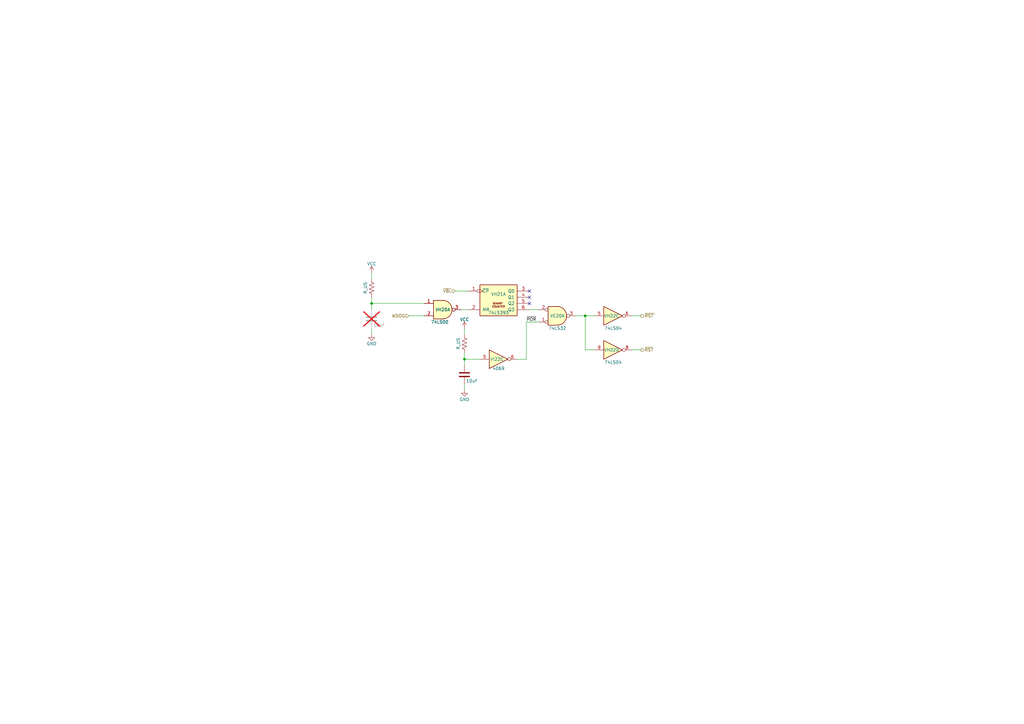
<source format=kicad_sch>
(kicad_sch (version 20231120) (generator "eeschema") (generator_version "8.0")
  (paper "A3")
  (title_block (title "Watchdog Circuit") (date "2024-10-12") (company "JOTEGO") (comment 1 "Jose Tejada"))
  (lib_symbols
    (symbol "4xxx:4069" (pin_names (offset 1.016))
      (property "Reference" "U" (at 0 1.27 0))
      (property "Value" "4069" (at 0 -1.27 0))
      (symbol "4069_1_0"
        (polyline (pts (xy -3.81 3.81) (xy -3.81 -3.81) (xy 3.81 0) (xy -3.81 3.81)) (stroke (width 0.254)) (fill (type background)))
        (pin input line (at -7.62 0 0) (length 3.81) (name "~") (number "1"))
        (pin output inverted (at 7.62 0 180) (length 3.81) (name "~") (number "2"))
      )
      (symbol "4069_2_0"
        (polyline (pts (xy -3.81 3.81) (xy -3.81 -3.81) (xy 3.81 0) (xy -3.81 3.81)) (stroke (width 0.254)) (fill (type background)))
        (pin input line (at -7.62 0 0) (length 3.81) (name "~") (number "3"))
        (pin output inverted (at 7.62 0 180) (length 3.81) (name "~") (number "4"))
      )
      (symbol "4069_3_0"
        (polyline (pts (xy -3.81 3.81) (xy -3.81 -3.81) (xy 3.81 0) (xy -3.81 3.81)) (stroke (width 0.254)) (fill (type background)))
        (pin input line (at -7.62 0 0) (length 3.81) (name "~") (number "5"))
        (pin output inverted (at 7.62 0 180) (length 3.81) (name "~") (number "6"))
      )
      (symbol "4069_4_0"
        (polyline (pts (xy -3.81 3.81) (xy -3.81 -3.81) (xy 3.81 0) (xy -3.81 3.81)) (stroke (width 0.254)) (fill (type background)))
        (pin output inverted (at 7.62 0 180) (length 3.81) (name "~") (number "8"))
        (pin input line (at -7.62 0 0) (length 3.81) (name "~") (number "9"))
      )
      (symbol "4069_5_0"
        (polyline (pts (xy -3.81 3.81) (xy -3.81 -3.81) (xy 3.81 0) (xy -3.81 3.81)) (stroke (width 0.254)) (fill (type background)))
        (pin output inverted (at 7.62 0 180) (length 3.81) (name "~") (number "10"))
        (pin input line (at -7.62 0 0) (length 3.81) (name "~") (number "11"))
      )
      (symbol "4069_6_0"
        (polyline (pts (xy -3.81 3.81) (xy -3.81 -3.81) (xy 3.81 0) (xy -3.81 3.81)) (stroke (width 0.254)) (fill (type background)))
        (pin output inverted (at 7.62 0 180) (length 3.81) (name "~") (number "12"))
        (pin input line (at -7.62 0 0) (length 3.81) (name "~") (number "13"))
      )
      (symbol "4069_7_0"
        (pin power_in line (at 0 12.7 270) (length 5.08) (name "VDD") (number "14"))
        (pin power_in line (at 0 -12.7 90) (length 5.08) (name "VSS") (number "7"))
      )
      (symbol "4069_7_1"
        (rectangle (start -5.08 7.62) (end 5.08 -7.62) (stroke (width 0.254)) (fill (type background)))
      )
    )
    (symbol "74xx:74LS04"
      (property "Reference" "U" (at 0 1.27 0))
      (property "Value" "74LS04" (at 0 -1.27 0))
      (symbol "74LS04_1_0"
        (polyline (pts (xy -3.81 3.81) (xy -3.81 -3.81) (xy 3.81 0) (xy -3.81 3.81)) (stroke (width 0.254)) (fill (type background)))
        (pin input line (at -7.62 0 0) (length 3.81) (name "~") (number "1"))
        (pin output inverted (at 7.62 0 180) (length 3.81) (name "~") (number "2"))
      )
      (symbol "74LS04_2_0"
        (polyline (pts (xy -3.81 3.81) (xy -3.81 -3.81) (xy 3.81 0) (xy -3.81 3.81)) (stroke (width 0.254)) (fill (type background)))
        (pin input line (at -7.62 0 0) (length 3.81) (name "~") (number "3"))
        (pin output inverted (at 7.62 0 180) (length 3.81) (name "~") (number "4"))
      )
      (symbol "74LS04_3_0"
        (polyline (pts (xy -3.81 3.81) (xy -3.81 -3.81) (xy 3.81 0) (xy -3.81 3.81)) (stroke (width 0.254)) (fill (type background)))
        (pin input line (at -7.62 0 0) (length 3.81) (name "~") (number "5"))
        (pin output inverted (at 7.62 0 180) (length 3.81) (name "~") (number "6"))
      )
      (symbol "74LS04_4_0"
        (polyline (pts (xy -3.81 3.81) (xy -3.81 -3.81) (xy 3.81 0) (xy -3.81 3.81)) (stroke (width 0.254)) (fill (type background)))
        (pin output inverted (at 7.62 0 180) (length 3.81) (name "~") (number "8"))
        (pin input line (at -7.62 0 0) (length 3.81) (name "~") (number "9"))
      )
      (symbol "74LS04_5_0"
        (polyline (pts (xy -3.81 3.81) (xy -3.81 -3.81) (xy 3.81 0) (xy -3.81 3.81)) (stroke (width 0.254)) (fill (type background)))
        (pin output inverted (at 7.62 0 180) (length 3.81) (name "~") (number "10"))
        (pin input line (at -7.62 0 0) (length 3.81) (name "~") (number "11"))
      )
      (symbol "74LS04_6_0"
        (polyline (pts (xy -3.81 3.81) (xy -3.81 -3.81) (xy 3.81 0) (xy -3.81 3.81)) (stroke (width 0.254)) (fill (type background)))
        (pin output inverted (at 7.62 0 180) (length 3.81) (name "~") (number "12"))
        (pin input line (at -7.62 0 0) (length 3.81) (name "~") (number "13"))
      )
      (symbol "74LS04_7_0"
        (pin power_in line (at 0 12.7 270) (length 5.08) (name "VCC") (number "14"))
        (pin power_in line (at 0 -12.7 90) (length 5.08) (name "GND") (number "7"))
      )
      (symbol "74LS04_7_1"
        (rectangle (start -5.08 7.62) (end 5.08 -7.62) (stroke (width 0.254)) (fill (type background)))
      )
    )
    (symbol "Device:C" (pin_numbers hide) (pin_names (offset 0.254))
      (property "Reference" "C" (at 0.635 2.54 0))
      (property "Value" "C" (at 0.635 -2.54 0))
      (symbol "C_0_1"
        (polyline (pts (xy -2.032 -0.762) (xy 2.032 -0.762)) (stroke (width 0.508)))
        (polyline (pts (xy -2.032 0.762) (xy 2.032 0.762)) (stroke (width 0.508)))
      )
      (symbol "C_1_1"
        (pin passive line (at 0 3.81 270) (length 2.794) (name "~") (number "1"))
        (pin passive line (at 0 -3.81 90) (length 2.794) (name "~") (number "2"))
      )
    )
    (symbol "Device:R_US" (pin_numbers hide) (pin_names (offset 0))
      (property "Reference" "R" (at 2.54 0 90))
      (property "Value" "R_US" (at -2.54 0 90))
      (symbol "R_US_0_1"
        (polyline (pts (xy 0 -2.286) (xy 0 -2.54)))
        (polyline (pts (xy 0 2.286) (xy 0 2.54)))
        (polyline (pts (xy 0 -0.762) (xy 1.016 -1.143) (xy 0 -1.524) (xy -1.016 -1.905) (xy 0 -2.286)))
        (polyline (pts (xy 0 0.762) (xy 1.016 0.381) (xy 0 0) (xy -1.016 -0.381) (xy 0 -0.762)))
        (polyline (pts (xy 0 2.286) (xy 1.016 1.905) (xy 0 1.524) (xy -1.016 1.143) (xy 0 0.762)))
      )
      (symbol "R_US_1_1"
        (pin passive line (at 0 3.81 270) (length 1.27) (name "~") (number "1"))
        (pin passive line (at 0 -3.81 90) (length 1.27) (name "~") (number "2"))
      )
    )
    (symbol "jt74:74LS00" (pin_names (offset 1.016))
      (property "Reference" "U" (at 0 1.27 0))
      (property "Value" "74LS00" (at 0 -1.27 0))
      (symbol "74LS00_1_1"
        (arc (start 0 -3.81) (mid 3.7934 0) (end 0 3.81) (stroke (width 0.254)) (fill (type background)))
        (polyline (pts (xy 0 3.81) (xy -3.81 3.81) (xy -3.81 -3.81) (xy 0 -3.81)) (stroke (width 0.254)) (fill (type background)))
        (pin input line (at -7.62 2.54 0) (length 3.81) (name "~") (number "1"))
        (pin input line (at -7.62 -2.54 0) (length 3.81) (name "~") (number "2"))
        (pin output inverted (at 7.62 0 180) (length 3.81) (name "~") (number "3"))
      )
      (symbol "74LS00_1_2"
        (arc (start -3.81 -3.81) (mid -2.589 0) (end -3.81 3.81) (stroke (width 0.254)))
        (arc (start -0.6096 -3.81) (mid 2.1842 -2.5851) (end 3.81 0) (stroke (width 0.254)) (fill (type background)))
        (polyline (pts (xy -3.81 -3.81) (xy -0.635 -3.81)) (stroke (width 0.254)) (fill (type background)))
        (polyline (pts (xy -3.81 3.81) (xy -0.635 3.81)) (stroke (width 0.254)) (fill (type background)))
        (polyline (pts (xy -0.635 3.81) (xy -3.81 3.81) (xy -3.81 3.81) (xy -3.556 3.4036) (xy -3.0226 2.2606) (xy -2.6924 1.0414) (xy -2.6162 -0.254) (xy -2.7686 -1.4986) (xy -3.175 -2.7178) (xy -3.81 -3.81) (xy -3.81 -3.81) (xy -0.635 -3.81)) (stroke (width -25.4)) (fill (type background)))
        (arc (start 3.81 0) (mid 2.1915 2.5936) (end -0.6096 3.81) (stroke (width 0.254)) (fill (type background)))
        (pin input inverted (at -7.62 2.54 0) (length 4.318) (name "~") (number "1"))
        (pin input inverted (at -7.62 -2.54 0) (length 4.318) (name "~") (number "2"))
        (pin output line (at 7.62 0 180) (length 3.81) (name "~") (number "3"))
      )
      (symbol "74LS00_2_1"
        (arc (start 0 -3.81) (mid 3.7934 0) (end 0 3.81) (stroke (width 0.254)) (fill (type background)))
        (polyline (pts (xy 0 3.81) (xy -3.81 3.81) (xy -3.81 -3.81) (xy 0 -3.81)) (stroke (width 0.254)) (fill (type background)))
        (pin input line (at -7.62 2.54 0) (length 3.81) (name "~") (number "4"))
        (pin input line (at -7.62 -2.54 0) (length 3.81) (name "~") (number "5"))
        (pin output inverted (at 7.62 0 180) (length 3.81) (name "~") (number "6"))
      )
      (symbol "74LS00_2_2"
        (arc (start -3.81 -3.81) (mid -2.589 0) (end -3.81 3.81) (stroke (width 0.254)))
        (arc (start -0.6096 -3.81) (mid 2.1842 -2.5851) (end 3.81 0) (stroke (width 0.254)) (fill (type background)))
        (polyline (pts (xy -3.81 -3.81) (xy -0.635 -3.81)) (stroke (width 0.254)) (fill (type background)))
        (polyline (pts (xy -3.81 3.81) (xy -0.635 3.81)) (stroke (width 0.254)) (fill (type background)))
        (polyline (pts (xy -0.635 3.81) (xy -3.81 3.81) (xy -3.81 3.81) (xy -3.556 3.4036) (xy -3.0226 2.2606) (xy -2.6924 1.0414) (xy -2.6162 -0.254) (xy -2.7686 -1.4986) (xy -3.175 -2.7178) (xy -3.81 -3.81) (xy -3.81 -3.81) (xy -0.635 -3.81)) (stroke (width -25.4)) (fill (type background)))
        (arc (start 3.81 0) (mid 2.1915 2.5936) (end -0.6096 3.81) (stroke (width 0.254)) (fill (type background)))
        (pin input inverted (at -7.62 2.54 0) (length 4.318) (name "~") (number "4"))
        (pin input inverted (at -7.62 -2.54 0) (length 4.318) (name "~") (number "5"))
        (pin output line (at 7.62 0 180) (length 3.81) (name "~") (number "6"))
      )
      (symbol "74LS00_3_1"
        (arc (start 0 -3.81) (mid 3.7934 0) (end 0 3.81) (stroke (width 0.254)) (fill (type background)))
        (polyline (pts (xy 0 3.81) (xy -3.81 3.81) (xy -3.81 -3.81) (xy 0 -3.81)) (stroke (width 0.254)) (fill (type background)))
        (pin input line (at -7.62 -2.54 0) (length 3.81) (name "~") (number "10"))
        (pin output inverted (at 7.62 0 180) (length 3.81) (name "~") (number "8"))
        (pin input line (at -7.62 2.54 0) (length 3.81) (name "~") (number "9"))
      )
      (symbol "74LS00_3_2"
        (arc (start -3.81 -3.81) (mid -2.589 0) (end -3.81 3.81) (stroke (width 0.254)))
        (arc (start -0.6096 -3.81) (mid 2.1842 -2.5851) (end 3.81 0) (stroke (width 0.254)) (fill (type background)))
        (polyline (pts (xy -3.81 -3.81) (xy -0.635 -3.81)) (stroke (width 0.254)) (fill (type background)))
        (polyline (pts (xy -3.81 3.81) (xy -0.635 3.81)) (stroke (width 0.254)) (fill (type background)))
        (polyline (pts (xy -0.635 3.81) (xy -3.81 3.81) (xy -3.81 3.81) (xy -3.556 3.4036) (xy -3.0226 2.2606) (xy -2.6924 1.0414) (xy -2.6162 -0.254) (xy -2.7686 -1.4986) (xy -3.175 -2.7178) (xy -3.81 -3.81) (xy -3.81 -3.81) (xy -0.635 -3.81)) (stroke (width -25.4)) (fill (type background)))
        (arc (start 3.81 0) (mid 2.1915 2.5936) (end -0.6096 3.81) (stroke (width 0.254)) (fill (type background)))
        (pin input inverted (at -7.62 -2.54 0) (length 4.318) (name "~") (number "10"))
        (pin output line (at 7.62 0 180) (length 3.81) (name "~") (number "8"))
        (pin input inverted (at -7.62 2.54 0) (length 4.318) (name "~") (number "9"))
      )
      (symbol "74LS00_4_1"
        (arc (start 0 -3.81) (mid 3.7934 0) (end 0 3.81) (stroke (width 0.254)) (fill (type background)))
        (polyline (pts (xy 0 3.81) (xy -3.81 3.81) (xy -3.81 -3.81) (xy 0 -3.81)) (stroke (width 0.254)) (fill (type background)))
        (pin output inverted (at 7.62 0 180) (length 3.81) (name "~") (number "11"))
        (pin input line (at -7.62 2.54 0) (length 3.81) (name "~") (number "12"))
        (pin input line (at -7.62 -2.54 0) (length 3.81) (name "~") (number "13"))
      )
      (symbol "74LS00_4_2"
        (arc (start -3.81 -3.81) (mid -2.589 0) (end -3.81 3.81) (stroke (width 0.254)))
        (arc (start -0.6096 -3.81) (mid 2.1842 -2.5851) (end 3.81 0) (stroke (width 0.254)) (fill (type background)))
        (polyline (pts (xy -3.81 -3.81) (xy -0.635 -3.81)) (stroke (width 0.254)) (fill (type background)))
        (polyline (pts (xy -3.81 3.81) (xy -0.635 3.81)) (stroke (width 0.254)) (fill (type background)))
        (polyline (pts (xy -0.635 3.81) (xy -3.81 3.81) (xy -3.81 3.81) (xy -3.556 3.4036) (xy -3.0226 2.2606) (xy -2.6924 1.0414) (xy -2.6162 -0.254) (xy -2.7686 -1.4986) (xy -3.175 -2.7178) (xy -3.81 -3.81) (xy -3.81 -3.81) (xy -0.635 -3.81)) (stroke (width -25.4)) (fill (type background)))
        (arc (start 3.81 0) (mid 2.1915 2.5936) (end -0.6096 3.81) (stroke (width 0.254)) (fill (type background)))
        (pin output line (at 7.62 0 180) (length 3.81) (name "~") (number "11"))
        (pin input inverted (at -7.62 2.54 0) (length 4.318) (name "~") (number "12"))
        (pin input inverted (at -7.62 -2.54 0) (length 4.318) (name "~") (number "13"))
      )
      (symbol "74LS00_5_0"
        (pin power_in line (at 0 7.62 270) (length 5.08) hide (name "VCC") (number "14"))
        (pin power_in line (at 0 -7.62 90) (length 5.08) hide (name "VSS") (number "7"))
      )
      (symbol "74LS00_5_1"
        (rectangle (start -5.08 7.62) (end 5.08 -7.62) (stroke (width 0.254)) (fill (type background)))
      )
    )
    (symbol "jt74:74LS32" (pin_names (offset 1.016))
      (property "Reference" "U" (at 0 1.27 0))
      (property "Value" "74LS32" (at 0 -1.27 0))
      (symbol "74LS32_1_1"
        (arc (start -3.81 -3.81) (mid -2.589 0) (end -3.81 3.81) (stroke (width 0.254)))
        (arc (start -0.6096 -3.81) (mid 2.1842 -2.5851) (end 3.81 0) (stroke (width 0.254)) (fill (type background)))
        (polyline (pts (xy -3.81 -3.81) (xy -0.635 -3.81)) (stroke (width 0.254)) (fill (type background)))
        (polyline (pts (xy -3.81 3.81) (xy -0.635 3.81)) (stroke (width 0.254)) (fill (type background)))
        (polyline (pts (xy -0.635 3.81) (xy -3.81 3.81) (xy -3.81 3.81) (xy -3.556 3.4036) (xy -3.0226 2.2606) (xy -2.6924 1.0414) (xy -2.6162 -0.254) (xy -2.7686 -1.4986) (xy -3.175 -2.7178) (xy -3.81 -3.81) (xy -3.81 -3.81) (xy -0.635 -3.81)) (stroke (width -25.4)) (fill (type background)))
        (arc (start 3.81 0) (mid 2.1915 2.5936) (end -0.6096 3.81) (stroke (width 0.254)) (fill (type background)))
        (pin input line (at -7.62 2.54 0) (length 4.318) (name "~") (number "1"))
        (pin input line (at -7.62 -2.54 0) (length 4.318) (name "~") (number "2"))
        (pin output line (at 7.62 0 180) (length 3.81) (name "~") (number "3"))
      )
      (symbol "74LS32_1_2"
        (arc (start 0 -3.81) (mid 3.7934 0) (end 0 3.81) (stroke (width 0.254)) (fill (type background)))
        (polyline (pts (xy 0 3.81) (xy -3.81 3.81) (xy -3.81 -3.81) (xy 0 -3.81)) (stroke (width 0.254)) (fill (type background)))
        (pin input inverted (at -7.62 2.54 0) (length 3.81) (name "~") (number "1"))
        (pin input inverted (at -7.62 -2.54 0) (length 3.81) (name "~") (number "2"))
        (pin output inverted (at 7.62 0 180) (length 3.81) (name "~") (number "3"))
      )
      (symbol "74LS32_2_1"
        (arc (start -3.81 -3.81) (mid -2.589 0) (end -3.81 3.81) (stroke (width 0.254)))
        (arc (start -0.6096 -3.81) (mid 2.1842 -2.5851) (end 3.81 0) (stroke (width 0.254)) (fill (type background)))
        (polyline (pts (xy -3.81 -3.81) (xy -0.635 -3.81)) (stroke (width 0.254)) (fill (type background)))
        (polyline (pts (xy -3.81 3.81) (xy -0.635 3.81)) (stroke (width 0.254)) (fill (type background)))
        (polyline (pts (xy -0.635 3.81) (xy -3.81 3.81) (xy -3.81 3.81) (xy -3.556 3.4036) (xy -3.0226 2.2606) (xy -2.6924 1.0414) (xy -2.6162 -0.254) (xy -2.7686 -1.4986) (xy -3.175 -2.7178) (xy -3.81 -3.81) (xy -3.81 -3.81) (xy -0.635 -3.81)) (stroke (width -25.4)) (fill (type background)))
        (arc (start 3.81 0) (mid 2.1915 2.5936) (end -0.6096 3.81) (stroke (width 0.254)) (fill (type background)))
        (pin input line (at -7.62 2.54 0) (length 4.318) (name "~") (number "4"))
        (pin input line (at -7.62 -2.54 0) (length 4.318) (name "~") (number "5"))
        (pin output line (at 7.62 0 180) (length 3.81) (name "~") (number "6"))
      )
      (symbol "74LS32_2_2"
        (arc (start 0 -3.81) (mid 3.7934 0) (end 0 3.81) (stroke (width 0.254)) (fill (type background)))
        (polyline (pts (xy 0 3.81) (xy -3.81 3.81) (xy -3.81 -3.81) (xy 0 -3.81)) (stroke (width 0.254)) (fill (type background)))
        (pin input inverted (at -7.62 2.54 0) (length 3.81) (name "~") (number "4"))
        (pin input inverted (at -7.62 -2.54 0) (length 3.81) (name "~") (number "5"))
        (pin output inverted (at 7.62 0 180) (length 3.81) (name "~") (number "6"))
      )
      (symbol "74LS32_3_1"
        (arc (start -3.81 -3.81) (mid -2.589 0) (end -3.81 3.81) (stroke (width 0.254)))
        (arc (start -0.6096 -3.81) (mid 2.1842 -2.5851) (end 3.81 0) (stroke (width 0.254)) (fill (type background)))
        (polyline (pts (xy -3.81 -3.81) (xy -0.635 -3.81)) (stroke (width 0.254)) (fill (type background)))
        (polyline (pts (xy -3.81 3.81) (xy -0.635 3.81)) (stroke (width 0.254)) (fill (type background)))
        (polyline (pts (xy -0.635 3.81) (xy -3.81 3.81) (xy -3.81 3.81) (xy -3.556 3.4036) (xy -3.0226 2.2606) (xy -2.6924 1.0414) (xy -2.6162 -0.254) (xy -2.7686 -1.4986) (xy -3.175 -2.7178) (xy -3.81 -3.81) (xy -3.81 -3.81) (xy -0.635 -3.81)) (stroke (width -25.4)) (fill (type background)))
        (arc (start 3.81 0) (mid 2.1915 2.5936) (end -0.6096 3.81) (stroke (width 0.254)) (fill (type background)))
        (pin input line (at -7.62 -2.54 0) (length 4.318) (name "~") (number "10"))
        (pin output line (at 7.62 0 180) (length 3.81) (name "~") (number "8"))
        (pin input line (at -7.62 2.54 0) (length 4.318) (name "~") (number "9"))
      )
      (symbol "74LS32_3_2"
        (arc (start 0 -3.81) (mid 3.7934 0) (end 0 3.81) (stroke (width 0.254)) (fill (type background)))
        (polyline (pts (xy 0 3.81) (xy -3.81 3.81) (xy -3.81 -3.81) (xy 0 -3.81)) (stroke (width 0.254)) (fill (type background)))
        (pin input inverted (at -7.62 -2.54 0) (length 3.81) (name "~") (number "10"))
        (pin output inverted (at 7.62 0 180) (length 3.81) (name "~") (number "8"))
        (pin input inverted (at -7.62 2.54 0) (length 3.81) (name "~") (number "9"))
      )
      (symbol "74LS32_4_1"
        (arc (start -3.81 -3.81) (mid -2.589 0) (end -3.81 3.81) (stroke (width 0.254)))
        (arc (start -0.6096 -3.81) (mid 2.1842 -2.5851) (end 3.81 0) (stroke (width 0.254)) (fill (type background)))
        (polyline (pts (xy -3.81 -3.81) (xy -0.635 -3.81)) (stroke (width 0.254)) (fill (type background)))
        (polyline (pts (xy -3.81 3.81) (xy -0.635 3.81)) (stroke (width 0.254)) (fill (type background)))
        (polyline (pts (xy -0.635 3.81) (xy -3.81 3.81) (xy -3.81 3.81) (xy -3.556 3.4036) (xy -3.0226 2.2606) (xy -2.6924 1.0414) (xy -2.6162 -0.254) (xy -2.7686 -1.4986) (xy -3.175 -2.7178) (xy -3.81 -3.81) (xy -3.81 -3.81) (xy -0.635 -3.81)) (stroke (width -25.4)) (fill (type background)))
        (arc (start 3.81 0) (mid 2.1915 2.5936) (end -0.6096 3.81) (stroke (width 0.254)) (fill (type background)))
        (pin output line (at 7.62 0 180) (length 3.81) (name "~") (number "11"))
        (pin input line (at -7.62 2.54 0) (length 4.318) (name "~") (number "12"))
        (pin input line (at -7.62 -2.54 0) (length 4.318) (name "~") (number "13"))
      )
      (symbol "74LS32_4_2"
        (arc (start 0 -3.81) (mid 3.7934 0) (end 0 3.81) (stroke (width 0.254)) (fill (type background)))
        (polyline (pts (xy 0 3.81) (xy -3.81 3.81) (xy -3.81 -3.81) (xy 0 -3.81)) (stroke (width 0.254)) (fill (type background)))
        (pin output inverted (at 7.62 0 180) (length 3.81) (name "~") (number "11"))
        (pin input inverted (at -7.62 2.54 0) (length 3.81) (name "~") (number "12"))
        (pin input inverted (at -7.62 -2.54 0) (length 3.81) (name "~") (number "13"))
      )
      (symbol "74LS32_5_0"
        (pin power_in line (at 0 7.62 270) (length 5.08) hide (name "VCC") (number "14"))
        (pin power_in line (at 0 -7.62 90) (length 5.08) hide (name "VSS") (number "7"))
      )
      (symbol "74LS32_5_1"
        (rectangle (start -5.08 7.62) (end 5.08 -7.62) (stroke (width 0.254)) (fill (type background)))
      )
    )
    (symbol "jt74:74LS393" (pin_names (offset 1.016))
      (property "Reference" "U" (at 0 1.27 0))
      (property "Value" "74LS393" (at 0 -6.35 0))
      (symbol "74LS393_0_0"
        (text "BINARY " (at 0 -2.54 0) (effects (font (size 0.762 0.762))))
        (text "COUNTER" (at 0 -3.81 0) (effects (font (size 0.762 0.762))))
      )
      (symbol "74LS393_1_0"
        (pin input inverted_clock (at -12.7 2.54 0) (length 5.08) (name "~{CP}") (number "1"))
        (pin input line (at -12.7 -5.08 0) (length 5.08) (name "MR") (number "2"))
        (pin output line (at 12.7 2.54 180) (length 5.08) (name "Q0") (number "3"))
        (pin output line (at 12.7 0 180) (length 5.08) (name "Q1") (number "4"))
        (pin output line (at 12.7 -2.54 180) (length 5.08) (name "Q2") (number "5"))
        (pin output line (at 12.7 -5.08 180) (length 5.08) (name "Q3") (number "6"))
      )
      (symbol "74LS393_1_1"
        (rectangle (start -7.62 5.08) (end 7.62 -7.62) (stroke (width 0.254)) (fill (type background)))
      )
      (symbol "74LS393_2_0"
        (pin output line (at 12.7 0 180) (length 5.08) (name "Q1") (number "10"))
        (pin output line (at 12.7 2.54 180) (length 5.08) (name "Q0") (number "11"))
        (pin input line (at -12.7 -5.08 0) (length 5.08) (name "MR") (number "12"))
        (pin input inverted_clock (at -12.7 2.54 0) (length 5.08) (name "~{CP}") (number "13"))
        (pin output line (at 12.7 -5.08 180) (length 5.08) (name "Q3") (number "8"))
        (pin output line (at 12.7 -2.54 180) (length 5.08) (name "Q2") (number "9"))
      )
      (symbol "74LS393_2_1"
        (rectangle (start -7.62 5.08) (end 7.62 -7.62) (stroke (width 0.254)) (fill (type background)))
      )
      (symbol "74LS393_3_0"
        (pin power_in line (at 0 7.62 270) (length 5.08) hide (name "VCC") (number "14"))
        (pin power_in line (at 0 -7.62 90) (length 5.08) hide (name "VSS") (number "7"))
      )
      (symbol "74LS393_3_1"
        (rectangle (start -5.08 7.62) (end 5.08 -7.62) (stroke (width 0.254)) (fill (type background)))
      )
    )
    (symbol "power:GND" (power) (pin_numbers hide) (pin_names (offset 0) hide)
      (property "Value" "GND" (at 0 -3.81 0))
      (symbol "GND_0_1"
        (polyline (pts (xy 0 0) (xy 0 -1.27) (xy 1.27 -1.27) (xy 0 -2.54) (xy -1.27 -1.27) (xy 0 -1.27)))
      )
      (symbol "GND_1_1"
        (pin power_in line (at 0 0 270) (length 0) (name "~") (number "1"))
      )
    )
    (symbol "power:VCC" (power) (pin_numbers hide) (pin_names (offset 0) hide)
      (property "Value" "VCC" (at 0 3.556 0))
      (symbol "VCC_0_1"
        (polyline (pts (xy -0.762 1.27) (xy 0 2.54)))
        (polyline (pts (xy 0 0) (xy 0 2.54)))
        (polyline (pts (xy 0 2.54) (xy 0.762 1.27)))
      )
      (symbol "VCC_1_1"
        (pin power_in line (at 0 0 90) (length 0) (name "~") (number "1"))
      )
    )
  )
  (junction (at 190.5 147.32))
  (junction (at 240.03 129.54))
  (junction (at 152.4 124.46))
  (no_connect (at 217.17 119.38))
  (no_connect (at 217.17 124.46))
  (no_connect (at 217.17 121.92))
  (wire (pts (xy 240.03 129.54) (xy 240.03 143.51)))
  (wire (pts (xy 152.4 127) (xy 152.4 124.46)))
  (wire (pts (xy 190.5 157.48) (xy 190.5 160.02)))
  (wire (pts (xy 215.9 147.32) (xy 215.9 132.08)))
  (wire (pts (xy 190.5 144.78) (xy 190.5 147.32)))
  (wire (pts (xy 190.5 147.32) (xy 196.85 147.32)))
  (wire (pts (xy 212.09 147.32) (xy 215.9 147.32)))
  (wire (pts (xy 190.5 134.62) (xy 190.5 137.16)))
  (wire (pts (xy 259.08 143.51) (xy 262.89 143.51)))
  (wire (pts (xy 152.4 111.76) (xy 152.4 114.3)))
  (wire (pts (xy 259.08 129.54) (xy 262.89 129.54)))
  (wire (pts (xy 240.03 143.51) (xy 243.84 143.51)))
  (wire (pts (xy 152.4 134.62) (xy 152.4 137.16)))
  (wire (pts (xy 152.4 121.92) (xy 152.4 124.46)))
  (wire (pts (xy 236.22 129.54) (xy 240.03 129.54)))
  (wire (pts (xy 240.03 129.54) (xy 243.84 129.54)))
  (wire (pts (xy 217.17 127) (xy 220.98 127)))
  (wire (pts (xy 186.69 119.38) (xy 191.77 119.38)))
  (wire (pts (xy 215.9 132.08) (xy 220.98 132.08)))
  (wire (pts (xy 190.5 149.86) (xy 190.5 147.32)))
  (wire (pts (xy 189.23 127) (xy 191.77 127)))
  (wire (pts (xy 152.4 124.46) (xy 173.99 124.46)))
  (wire (pts (xy 167.64 129.54) (xy 173.99 129.54)))
  (label "~{POR}" (at 215.9 132.08 0))
  (hierarchical_label "~{RST}" (shape output) (at 262.89 143.51 0))
  (hierarchical_label "~{RST'}" (shape output) (at 262.89 129.54 0))
  (hierarchical_label "WDOG" (shape input) (at 167.64 129.54 180))
  (hierarchical_label "~{VBL}" (shape input) (at 186.69 119.38 180))
  (symbol (lib_id "Device:R_US") (at 152.4 118.11 0) (unit 1)
    (property "Reference" "R13" (effects (hide yes)))
    (property "Value" "R_US" (at 149.86 118.11 90))
    (property "Description" "Resistor, US symbol" (effects (hide yes)))
  )
  (symbol (lib_id "jt74:74LS393") (at 204.47 121.92 0) (unit 1)
    (property "Reference" "VH21" (at 204.47 120.65 0))
    (property "Value" "74LS393" (at 204.47 128.27 0))
    (property "Datasheet" "https://html.alldatasheet.com/html-pdf/5724/MOTOROLA/74LS393/258/1/74LS393.html" (effects (hide yes)))
    (property "Description" "Dual BCD 4-bit counter" (effects (hide yes)))
  )
  (symbol (lib_id "Device:R_US") (at 190.5 140.97 0) (unit 1)
    (property "Reference" "R12" (effects (hide yes)))
    (property "Value" "R_US" (at 187.96 140.97 90))
    (property "Description" "Resistor, US symbol" (effects (hide yes)))
  )
  (symbol (lib_id "4xxx:4069") (at 204.47 147.32 0) (unit 3)
    (property "Reference" "VI22" (at 203.835 147.32 0))
    (property "Value" "4069" (at 204.47 151.13 0))
    (property "Datasheet" "http://www.intersil.com/content/dam/Intersil/documents/cd40/cd4069ubms.pdf" (effects (hide yes)))
    (property "Description" "Hex inverter" (effects (hide yes)))
  )
  (symbol (lib_id "74xx:74LS04") (at 251.46 129.54 0) (unit 3)
    (property "Reference" "VH22" (at 250.825 129.54 0))
    (property "Value" "74LS04" (at 251.46 134.62 0))
    (property "Datasheet" "http://www.ti.com/lit/gpn/sn74LS04" (effects (hide yes)))
    (property "Description" "Hex Inverter" (effects (hide yes)))
  )
  (symbol (lib_id "Device:C") (at 152.4 130.81 0) (unit 1) (dnp yes)
    (property "Reference" "C18" (effects (hide yes)))
    (property "Value" "10uF" (at 153.035 133.35 0) (effects (justify left)))
    (property "Description" "Unpolarized capacitor" (effects (hide yes)))
  )
  (symbol (lib_id "jt74:74LS00") (at 181.61 127 0) (unit 1)
    (property "Reference" "VH20" (at 181.61 127 0))
    (property "Value" "74LS00" (at 180.34 132.08 0))
    (property "Datasheet" "http://www.ti.com/lit/gpn/sn74ls00" (effects (hide yes)))
    (property "Description" "quad 2-input NAND gate" (effects (hide yes)))
  )
  (symbol (lib_id "power:VCC") (at 152.4 111.76 0) (unit 1)
    (property "Reference" "#PWR018" (effects (hide yes)))
    (property "Value" "VCC" (at 152.4 108.204 0))
    (property "Description" "Power symbol creates a global label with name \"VCC\"" (effects (hide yes)))
  )
  (symbol (lib_id "jt74:74LS32") (at 228.6 129.54 0) (mirror x) (unit 1) (convert 2)
    (property "Reference" "VE20" (at 228.6 129.54 0))
    (property "Value" "74LS32" (at 228.6 134.62 0))
    (property "Datasheet" "http://www.ti.com/lit/gpn/sn74LS32" (effects (hide yes)))
    (property "Description" "Quad 2-input OR" (effects (hide yes)))
  )
  (symbol (lib_id "power:VCC") (at 190.5 134.62 0) (unit 1)
    (property "Reference" "#PWR020" (effects (hide yes)))
    (property "Value" "VCC" (at 190.5 131.064 0))
    (property "Description" "Power symbol creates a global label with name \"VCC\"" (effects (hide yes)))
  )
  (symbol (lib_id "power:GND") (at 190.5 160.02 0) (unit 1)
    (property "Reference" "#PWR021" (effects (hide yes)))
    (property "Value" "GND" (at 190.5 163.83 0))
    (property "Description" "Power symbol creates a global label with name \"GND\" , ground" (effects (hide yes)))
  )
  (symbol (lib_id "Device:C") (at 190.5 153.67 0) (unit 1)
    (property "Reference" "C17" (effects (hide yes)))
    (property "Value" "10uF" (at 191.135 156.21 0) (effects (justify left)))
    (property "Description" "Unpolarized capacitor" (effects (hide yes)))
  )
  (symbol (lib_id "power:GND") (at 152.4 137.16 0) (unit 1)
    (property "Reference" "#PWR019" (effects (hide yes)))
    (property "Value" "GND" (at 152.4 140.97 0))
    (property "Description" "Power symbol creates a global label with name \"GND\" , ground" (effects (hide yes)))
  )
  (symbol (lib_id "74xx:74LS04") (at 251.46 143.51 0) (unit 4)
    (property "Reference" "VH22" (at 250.825 143.51 0))
    (property "Value" "74LS04" (at 251.46 148.59 0))
    (property "Datasheet" "http://www.ti.com/lit/gpn/sn74LS04" (effects (hide yes)))
    (property "Description" "Hex Inverter" (effects (hide yes)))
  )
)
</source>
